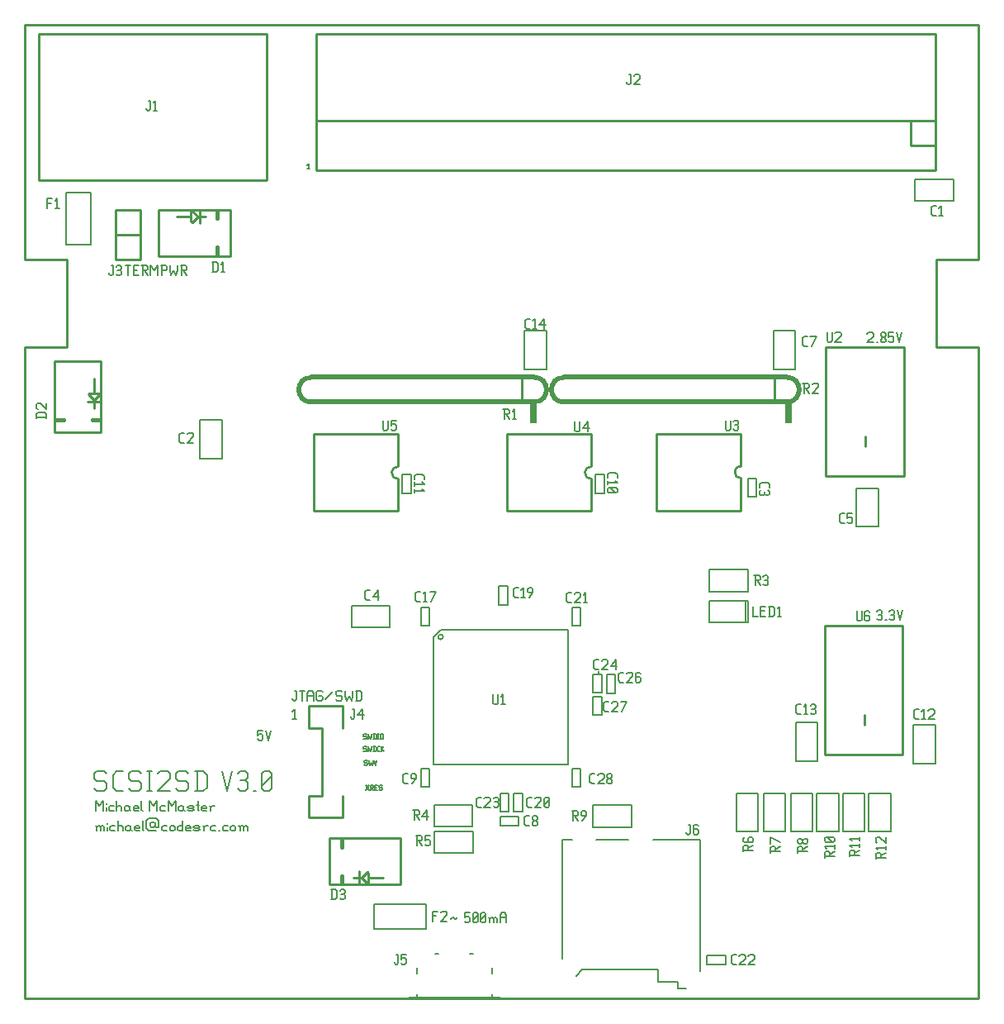
<source format=gto>
G04 start of page 13 for group -4079 idx -4079 *
G04 Title: (unknown), topsilk *
G04 Creator: pcb 20110918 *
G04 CreationDate: Wed 09 Oct 2013 12:59:36 GMT UTC *
G04 For: michael *
G04 Format: Gerber/RS-274X *
G04 PCB-Dimensions: 386000 393500 *
G04 PCB-Coordinate-Origin: lower left *
%MOIN*%
%FSLAX25Y25*%
%LNTOPSILK*%
%ADD155C,0.0200*%
%ADD154C,0.0060*%
%ADD153C,0.0100*%
%ADD152C,0.0080*%
%ADD151C,0.0001*%
G54D151*G36*
X307500Y241000D02*X310000D01*
Y232500D01*
X307500D01*
Y241000D01*
G37*
G36*
X204500Y240500D02*X207000D01*
Y232500D01*
X204500D01*
Y240500D01*
G37*
G54D152*X232000Y131500D02*Y132500D01*
G54D153*X368500Y263000D02*Y298500D01*
X385500Y393000D02*Y298500D01*
X368500D01*
Y263000D02*X385500D01*
Y500D01*
X17500Y298500D02*Y263000D01*
X385500Y500D02*X500D01*
Y263000D01*
Y298500D02*Y393000D01*
Y263000D02*X17500D01*
Y298500D02*X500D01*
Y393000D02*X385500D01*
G54D154*X114500Y336600D02*X114900Y337000D01*
Y335000D01*
X114500D02*X115250D01*
X41000Y296000D02*X43000D01*
X42000D02*Y292000D01*
X44200Y294200D02*X45700D01*
X44200Y292000D02*X46200D01*
X44200Y296000D02*Y292000D01*
Y296000D02*X46200D01*
X47400D02*X49400D01*
X49900Y295500D01*
Y294500D01*
X49400Y294000D02*X49900Y294500D01*
X47900Y294000D02*X49400D01*
X47900Y296000D02*Y292000D01*
X48700Y294000D02*X49900Y292000D01*
X51100Y296000D02*Y292000D01*
Y296000D02*X52600Y294000D01*
X54100Y296000D01*
Y292000D01*
X55800Y296000D02*Y292000D01*
X55300Y296000D02*X57300D01*
X57800Y295500D01*
Y294500D01*
X57300Y294000D02*X57800Y294500D01*
X55800Y294000D02*X57300D01*
X59000Y296000D02*Y294000D01*
X59500Y292000D01*
X60500Y294000D01*
X61500Y292000D01*
X62000Y294000D01*
Y296000D02*Y294000D01*
X63200Y296000D02*X65200D01*
X65700Y295500D01*
Y294500D01*
X65200Y294000D02*X65700Y294500D01*
X63700Y294000D02*X65200D01*
X63700Y296000D02*Y292000D01*
X64500Y294000D02*X65700Y292000D01*
X344500Y156500D02*X345000Y157000D01*
X346000D01*
X346500Y156500D01*
X346000Y153000D02*X346500Y153500D01*
X345000Y153000D02*X346000D01*
X344500Y153500D02*X345000Y153000D01*
Y155200D02*X346000D01*
X346500Y156500D02*Y155700D01*
Y154700D02*Y153500D01*
Y154700D02*X346000Y155200D01*
X346500Y155700D02*X346000Y155200D01*
X347700Y153000D02*X348200D01*
X349400Y156500D02*X349900Y157000D01*
X350900D01*
X351400Y156500D01*
X350900Y153000D02*X351400Y153500D01*
X349900Y153000D02*X350900D01*
X349400Y153500D02*X349900Y153000D01*
Y155200D02*X350900D01*
X351400Y156500D02*Y155700D01*
Y154700D02*Y153500D01*
Y154700D02*X350900Y155200D01*
X351400Y155700D02*X350900Y155200D01*
X352600Y157000D02*X353600Y153000D01*
X354600Y157000D01*
X340500Y268500D02*X341000Y269000D01*
X342500D01*
X343000Y268500D01*
Y267500D01*
X340500Y265000D02*X343000Y267500D01*
X340500Y265000D02*X343000D01*
X344200D02*X344700D01*
X345900Y265500D02*X346400Y265000D01*
X345900Y266300D02*Y265500D01*
Y266300D02*X346600Y267000D01*
X347200D01*
X347900Y266300D01*
Y265500D01*
X347400Y265000D02*X347900Y265500D01*
X346400Y265000D02*X347400D01*
X345900Y267700D02*X346600Y267000D01*
X345900Y268500D02*Y267700D01*
Y268500D02*X346400Y269000D01*
X347400D01*
X347900Y268500D01*
Y267700D01*
X347200Y267000D02*X347900Y267700D01*
X349100Y269000D02*X351100D01*
X349100D02*Y267000D01*
X349600Y267500D01*
X350600D01*
X351100Y267000D01*
Y265500D01*
X350600Y265000D02*X351100Y265500D01*
X349600Y265000D02*X350600D01*
X349100Y265500D02*X349600Y265000D01*
X352300Y269000D02*X353300Y265000D01*
X354300Y269000D01*
X172500Y32500D02*X173000Y33000D01*
X173500D01*
X174000Y32500D01*
X174500D01*
X175000Y33000D01*
X178000Y35000D02*X180000D01*
X178000D02*Y33000D01*
X178500Y33500D01*
X179500D01*
X180000Y33000D01*
Y31500D01*
X179500Y31000D02*X180000Y31500D01*
X178500Y31000D02*X179500D01*
X178000Y31500D02*X178500Y31000D01*
X181200Y31500D02*X181700Y31000D01*
X181200Y34500D02*Y31500D01*
Y34500D02*X181700Y35000D01*
X182700D01*
X183200Y34500D01*
Y31500D01*
X182700Y31000D02*X183200Y31500D01*
X181700Y31000D02*X182700D01*
X181200Y32000D02*X183200Y34000D01*
X184400Y31500D02*X184900Y31000D01*
X184400Y34500D02*Y31500D01*
Y34500D02*X184900Y35000D01*
X185900D01*
X186400Y34500D01*
Y31500D01*
X185900Y31000D02*X186400Y31500D01*
X184900Y31000D02*X185900D01*
X184400Y32000D02*X186400Y34000D01*
X188100Y32500D02*Y31000D01*
Y32500D02*X188600Y33000D01*
X189100D01*
X189600Y32500D01*
Y31000D01*
Y32500D02*X190100Y33000D01*
X190600D01*
X191100Y32500D01*
Y31000D01*
X187600Y33000D02*X188100Y32500D01*
X192300Y34000D02*Y31000D01*
Y34000D02*X193000Y35000D01*
X194100D01*
X194800Y34000D01*
Y31000D01*
X192300Y33000D02*X194800D01*
G54D152*X32500Y92000D02*X33500Y91000D01*
X29500Y92000D02*X32500D01*
X28500Y91000D02*X29500Y92000D01*
X28500Y91000D02*Y89000D01*
X29500Y88000D01*
X32500D01*
X33500Y87000D01*
Y85000D01*
X32500Y84000D02*X33500Y85000D01*
X29500Y84000D02*X32500D01*
X28500Y85000D02*X29500Y84000D01*
X37300D02*X39900D01*
X35900Y85400D02*X37300Y84000D01*
X35900Y90600D02*Y85400D01*
Y90600D02*X37300Y92000D01*
X39900D01*
X46300D02*X47300Y91000D01*
X43300Y92000D02*X46300D01*
X42300Y91000D02*X43300Y92000D01*
X42300Y91000D02*Y89000D01*
X43300Y88000D01*
X46300D01*
X47300Y87000D01*
Y85000D01*
X46300Y84000D02*X47300Y85000D01*
X43300Y84000D02*X46300D01*
X42300Y85000D02*X43300Y84000D01*
X49700Y92000D02*X51700D01*
X50700D02*Y84000D01*
X49700D02*X51700D01*
X54100Y91000D02*X55100Y92000D01*
X58100D01*
X59100Y91000D01*
Y89000D01*
X54100Y84000D02*X59100Y89000D01*
X54100Y84000D02*X59100D01*
X65500Y92000D02*X66500Y91000D01*
X62500Y92000D02*X65500D01*
X61500Y91000D02*X62500Y92000D01*
X61500Y91000D02*Y89000D01*
X62500Y88000D01*
X65500D01*
X66500Y87000D01*
Y85000D01*
X65500Y84000D02*X66500Y85000D01*
X62500Y84000D02*X65500D01*
X61500Y85000D02*X62500Y84000D01*
X69900Y92000D02*Y84000D01*
X72500Y92000D02*X73900Y90600D01*
Y85400D01*
X72500Y84000D02*X73900Y85400D01*
X68900Y84000D02*X72500D01*
X68900Y92000D02*X72500D01*
X79900D02*X81900Y84000D01*
X83900Y92000D01*
X86300Y91000D02*X87300Y92000D01*
X89300D01*
X90300Y91000D01*
X89300Y84000D02*X90300Y85000D01*
X87300Y84000D02*X89300D01*
X86300Y85000D02*X87300Y84000D01*
Y88400D02*X89300D01*
X90300Y91000D02*Y89400D01*
Y87400D02*Y85000D01*
Y87400D02*X89300Y88400D01*
X90300Y89400D02*X89300Y88400D01*
X92700Y84000D02*X93700D01*
X96100Y85000D02*X97100Y84000D01*
X96100Y91000D02*Y85000D01*
Y91000D02*X97100Y92000D01*
X99100D01*
X100100Y91000D01*
Y85000D01*
X99100Y84000D02*X100100Y85000D01*
X97100Y84000D02*X99100D01*
X96100Y86000D02*X100100Y90000D01*
G54D154*X29500Y69500D02*Y68000D01*
Y69500D02*X30000Y70000D01*
X30500D01*
X31000Y69500D01*
Y68000D01*
Y69500D02*X31500Y70000D01*
X32000D01*
X32500Y69500D01*
Y68000D01*
X29000Y70000D02*X29500Y69500D01*
X33700Y71000D02*Y70900D01*
Y69500D02*Y68000D01*
X35200Y70000D02*X36700D01*
X34700Y69500D02*X35200Y70000D01*
X34700Y69500D02*Y68500D01*
X35200Y68000D01*
X36700D01*
X37900Y72000D02*Y68000D01*
Y69500D02*X38400Y70000D01*
X39400D01*
X39900Y69500D01*
Y68000D01*
X42600Y70000D02*X43100Y69500D01*
X41600Y70000D02*X42600D01*
X41100Y69500D02*X41600Y70000D01*
X41100Y69500D02*Y68500D01*
X41600Y68000D01*
X43100Y70000D02*Y68500D01*
X43600Y68000D01*
X41600D02*X42600D01*
X43100Y68500D01*
X45300Y68000D02*X46800D01*
X44800Y68500D02*X45300Y68000D01*
X44800Y69500D02*Y68500D01*
Y69500D02*X45300Y70000D01*
X46300D01*
X46800Y69500D01*
X44800Y69000D02*X46800D01*
Y69500D02*Y69000D01*
X48000Y72000D02*Y68500D01*
X48500Y68000D01*
X49500Y72000D02*Y69000D01*
X50500Y68000D01*
X53500D01*
X54500Y72000D02*Y69500D01*
Y72000D02*X53500Y73000D01*
X50500D02*X53500D01*
X50500D02*X49500Y72000D01*
X51000Y71000D02*Y70000D01*
X51500Y69500D01*
X52500D01*
X53000Y70000D01*
X53500Y69500D01*
X53000Y71500D02*Y70000D01*
Y71000D02*X52500Y71500D01*
X51500D02*X52500D01*
X51500D02*X51000Y71000D01*
X53500Y69500D02*X54500D01*
X56200Y70000D02*X57700D01*
X55700Y69500D02*X56200Y70000D01*
X55700Y69500D02*Y68500D01*
X56200Y68000D01*
X57700D01*
X58900Y69500D02*Y68500D01*
Y69500D02*X59400Y70000D01*
X60400D01*
X60900Y69500D01*
Y68500D01*
X60400Y68000D02*X60900Y68500D01*
X59400Y68000D02*X60400D01*
X58900Y68500D02*X59400Y68000D01*
X64100Y72000D02*Y68000D01*
X63600D02*X64100Y68500D01*
X62600Y68000D02*X63600D01*
X62100Y68500D02*X62600Y68000D01*
X62100Y69500D02*Y68500D01*
Y69500D02*X62600Y70000D01*
X63600D01*
X64100Y69500D01*
X65800Y68000D02*X67300D01*
X65300Y68500D02*X65800Y68000D01*
X65300Y69500D02*Y68500D01*
Y69500D02*X65800Y70000D01*
X66800D01*
X67300Y69500D01*
X65300Y69000D02*X67300D01*
Y69500D02*Y69000D01*
X69000Y68000D02*X70500D01*
X71000Y68500D01*
X70500Y69000D02*X71000Y68500D01*
X69000Y69000D02*X70500D01*
X68500Y69500D02*X69000Y69000D01*
X68500Y69500D02*X69000Y70000D01*
X70500D01*
X71000Y69500D01*
X68500Y68500D02*X69000Y68000D01*
X72700Y69500D02*Y68000D01*
Y69500D02*X73200Y70000D01*
X74200D01*
X72200D02*X72700Y69500D01*
X75900Y70000D02*X77400D01*
X75400Y69500D02*X75900Y70000D01*
X75400Y69500D02*Y68500D01*
X75900Y68000D01*
X77400D01*
X78600D02*X79100D01*
X80800Y70000D02*X82300D01*
X80300Y69500D02*X80800Y70000D01*
X80300Y69500D02*Y68500D01*
X80800Y68000D01*
X82300D01*
X83500Y69500D02*Y68500D01*
Y69500D02*X84000Y70000D01*
X85000D01*
X85500Y69500D01*
Y68500D01*
X85000Y68000D02*X85500Y68500D01*
X84000Y68000D02*X85000D01*
X83500Y68500D02*X84000Y68000D01*
X87200Y69500D02*Y68000D01*
Y69500D02*X87700Y70000D01*
X88200D01*
X88700Y69500D01*
Y68000D01*
Y69500D02*X89200Y70000D01*
X89700D01*
X90200Y69500D01*
Y68000D01*
X86700Y70000D02*X87200Y69500D01*
X29000Y80000D02*Y76000D01*
Y80000D02*X30500Y78000D01*
X32000Y80000D01*
Y76000D01*
X33200Y79000D02*Y78900D01*
Y77500D02*Y76000D01*
X34700Y78000D02*X36200D01*
X34200Y77500D02*X34700Y78000D01*
X34200Y77500D02*Y76500D01*
X34700Y76000D01*
X36200D01*
X37400Y80000D02*Y76000D01*
Y77500D02*X37900Y78000D01*
X38900D01*
X39400Y77500D01*
Y76000D01*
X42100Y78000D02*X42600Y77500D01*
X41100Y78000D02*X42100D01*
X40600Y77500D02*X41100Y78000D01*
X40600Y77500D02*Y76500D01*
X41100Y76000D01*
X42600Y78000D02*Y76500D01*
X43100Y76000D01*
X41100D02*X42100D01*
X42600Y76500D01*
X44800Y76000D02*X46300D01*
X44300Y76500D02*X44800Y76000D01*
X44300Y77500D02*Y76500D01*
Y77500D02*X44800Y78000D01*
X45800D01*
X46300Y77500D01*
X44300Y77000D02*X46300D01*
Y77500D02*Y77000D01*
X47500Y80000D02*Y76500D01*
X48000Y76000D01*
X50800Y80000D02*Y76000D01*
Y80000D02*X52300Y78000D01*
X53800Y80000D01*
Y76000D01*
X55500Y78000D02*X57000D01*
X55000Y77500D02*X55500Y78000D01*
X55000Y77500D02*Y76500D01*
X55500Y76000D01*
X57000D01*
X58200Y80000D02*Y76000D01*
Y80000D02*X59700Y78000D01*
X61200Y80000D01*
Y76000D01*
X63900Y78000D02*X64400Y77500D01*
X62900Y78000D02*X63900D01*
X62400Y77500D02*X62900Y78000D01*
X62400Y77500D02*Y76500D01*
X62900Y76000D01*
X64400Y78000D02*Y76500D01*
X64900Y76000D01*
X62900D02*X63900D01*
X64400Y76500D01*
X66600Y76000D02*X68100D01*
X68600Y76500D01*
X68100Y77000D02*X68600Y76500D01*
X66600Y77000D02*X68100D01*
X66100Y77500D02*X66600Y77000D01*
X66100Y77500D02*X66600Y78000D01*
X68100D01*
X68600Y77500D01*
X66100Y76500D02*X66600Y76000D01*
X70300Y80000D02*Y76500D01*
X70800Y76000D01*
X69800Y78500D02*X70800D01*
X72300Y76000D02*X73800D01*
X71800Y76500D02*X72300Y76000D01*
X71800Y77500D02*Y76500D01*
Y77500D02*X72300Y78000D01*
X73300D01*
X73800Y77500D01*
X71800Y77000D02*X73800D01*
Y77500D02*Y77000D01*
X75500Y77500D02*Y76000D01*
Y77500D02*X76000Y78000D01*
X77000D01*
X75000D02*X75500Y77500D01*
X138000Y107000D02*X138250Y106750D01*
X137250Y107000D02*X138000D01*
X137000Y106750D02*X137250Y107000D01*
X137000Y106750D02*Y106250D01*
X137250Y106000D01*
X138000D01*
X138250Y105750D01*
Y105250D01*
X138000Y105000D02*X138250Y105250D01*
X137250Y105000D02*X138000D01*
X137000Y105250D02*X137250Y105000D01*
X138850Y107000D02*Y106000D01*
X139100Y105000D01*
X139600Y106000D01*
X140100Y105000D01*
X140350Y106000D01*
Y107000D02*Y106000D01*
X141200Y107000D02*Y105000D01*
X141850Y107000D02*X142200Y106650D01*
Y105350D01*
X141850Y105000D02*X142200Y105350D01*
X140950Y105000D02*X141850D01*
X140950Y107000D02*X141850D01*
X142800D02*X143300D01*
X143050D02*Y105000D01*
X142800D02*X143300D01*
X143900Y106750D02*Y105250D01*
Y106750D02*X144150Y107000D01*
X144650D01*
X144900Y106750D01*
Y105250D01*
X144650Y105000D02*X144900Y105250D01*
X144150Y105000D02*X144650D01*
X143900Y105250D02*X144150Y105000D01*
X138000Y102000D02*X138250Y101750D01*
X137250Y102000D02*X138000D01*
X137000Y101750D02*X137250Y102000D01*
X137000Y101750D02*Y101250D01*
X137250Y101000D01*
X138000D01*
X138250Y100750D01*
Y100250D01*
X138000Y100000D02*X138250Y100250D01*
X137250Y100000D02*X138000D01*
X137000Y100250D02*X137250Y100000D01*
X138850Y102000D02*Y101000D01*
X139100Y100000D01*
X139600Y101000D01*
X140100Y100000D01*
X140350Y101000D01*
Y102000D02*Y101000D01*
X141200Y102000D02*Y100000D01*
X141850Y102000D02*X142200Y101650D01*
Y100350D01*
X141850Y100000D02*X142200Y100350D01*
X140950Y100000D02*X141850D01*
X140950Y102000D02*X141850D01*
X143150Y100000D02*X143800D01*
X142800Y100350D02*X143150Y100000D01*
X142800Y101650D02*Y100350D01*
Y101650D02*X143150Y102000D01*
X143800D01*
X144400D02*Y100000D01*
Y101000D02*X145400Y102000D01*
X144400Y101000D02*X145400Y100000D01*
X138000Y84500D02*X139250Y86500D01*
X138000D02*X139250Y84500D01*
X139850Y86500D02*X140850D01*
X141100Y86250D01*
Y85750D01*
X140850Y85500D02*X141100Y85750D01*
X140100Y85500D02*X140850D01*
X140100Y86500D02*Y84500D01*
X140500Y85500D02*X141100Y84500D01*
X141700Y85600D02*X142450D01*
X141700Y84500D02*X142700D01*
X141700Y86500D02*Y84500D01*
Y86500D02*X142700D01*
X144300D02*X144550Y86250D01*
X143550Y86500D02*X144300D01*
X143300Y86250D02*X143550Y86500D01*
X143300Y86250D02*Y85750D01*
X143550Y85500D01*
X144300D01*
X144550Y85250D01*
Y84750D01*
X144300Y84500D02*X144550Y84750D01*
X143550Y84500D02*X144300D01*
X143300Y84750D02*X143550Y84500D01*
X138500Y96500D02*X138750Y96250D01*
X137750Y96500D02*X138500D01*
X137500Y96250D02*X137750Y96500D01*
X137500Y96250D02*Y95750D01*
X137750Y95500D01*
X138500D01*
X138750Y95250D01*
Y94750D01*
X138500Y94500D02*X138750Y94750D01*
X137750Y94500D02*X138500D01*
X137500Y94750D02*X137750Y94500D01*
X139350Y96500D02*Y95500D01*
X139600Y94500D01*
X140100Y95500D01*
X140600Y94500D01*
X140850Y95500D01*
Y96500D02*Y95500D01*
X141450Y96500D02*X141950Y94500D01*
X142450Y96500D01*
X108500Y116200D02*X109300Y117000D01*
Y113000D01*
X108500D02*X110000D01*
X109200Y124500D02*X110000D01*
Y121000D01*
X109500Y120500D02*X110000Y121000D01*
X109000Y120500D02*X109500D01*
X108500Y121000D02*X109000Y120500D01*
X108500Y121500D02*Y121000D01*
X111200Y124500D02*X113200D01*
X112200D02*Y120500D01*
X114400Y123500D02*Y120500D01*
Y123500D02*X115100Y124500D01*
X116200D01*
X116900Y123500D01*
Y120500D01*
X114400Y122500D02*X116900D01*
X120100Y124500D02*X120600Y124000D01*
X118600Y124500D02*X120100D01*
X118100Y124000D02*X118600Y124500D01*
X118100Y124000D02*Y121000D01*
X118600Y120500D01*
X120100D01*
X120600Y121000D01*
Y122000D02*Y121000D01*
X120100Y122500D02*X120600Y122000D01*
X119100Y122500D02*X120100D01*
X121800Y121000D02*X124800Y124000D01*
X128000Y124500D02*X128500Y124000D01*
X126500Y124500D02*X128000D01*
X126000Y124000D02*X126500Y124500D01*
X126000Y124000D02*Y123000D01*
X126500Y122500D01*
X128000D01*
X128500Y122000D01*
Y121000D01*
X128000Y120500D02*X128500Y121000D01*
X126500Y120500D02*X128000D01*
X126000Y121000D02*X126500Y120500D01*
X129700Y124500D02*Y122500D01*
X130200Y120500D01*
X131200Y122500D01*
X132200Y120500D01*
X132700Y122500D01*
Y124500D02*Y122500D01*
X134400Y124500D02*Y120500D01*
X135700Y124500D02*X136400Y123800D01*
Y121200D01*
X135700Y120500D02*X136400Y121200D01*
X133900Y120500D02*X135700D01*
X133900Y124500D02*X135700D01*
X94500Y108500D02*X96500D01*
X94500D02*Y106500D01*
X95000Y107000D01*
X96000D01*
X96500Y106500D01*
Y105000D01*
X96000Y104500D02*X96500Y105000D01*
X95000Y104500D02*X96000D01*
X94500Y105000D02*X95000Y104500D01*
X97700Y108500D02*X98700Y104500D01*
X99700Y108500D01*
G54D152*X359800Y330900D02*Y322100D01*
X375200D01*
Y330900D02*Y322100D01*
X359800Y330900D02*X375200D01*
G54D153*X118000Y354500D02*X368000D01*
X118000D02*Y334500D01*
X368000D01*
Y354500D02*Y334500D01*
X358000Y354500D02*Y344500D01*
X368000D01*
Y389500D02*Y354500D01*
X118000Y389500D02*X368000D01*
X118000D02*Y354500D01*
X117000Y228000D02*X151000D01*
X117000D02*Y197000D01*
X151000D01*
Y228000D02*Y215000D01*
Y210000D02*Y197000D01*
Y215000D02*G75*G03X151000Y210000I0J-2500D01*G01*
G54D152*X202100Y269700D02*X210900D01*
X202100D02*Y254300D01*
X210900D01*
Y269700D02*Y254300D01*
G54D154*X152728Y204291D02*X156271D01*
Y211771D02*Y204291D01*
X152728Y211771D02*X156271D01*
X152728D02*Y204291D01*
G54D153*X6000Y330500D02*X98000D01*
X6000D02*Y389500D01*
X98000D01*
Y330500D01*
G54D152*X71100Y233700D02*X79900D01*
X71100D02*Y218300D01*
X79900D01*
Y233700D02*Y218300D01*
G54D153*X37000Y318500D02*X47000D01*
X37000D02*Y298500D01*
X47000D01*
Y318500D02*Y298500D01*
X37000Y318500D02*Y308500D01*
X47000D01*
X83208Y318646D02*Y299748D01*
X54468Y318646D02*X83208D01*
X54468D02*Y299748D01*
X83208D01*
X78484Y303685D02*Y299748D01*
X77696Y303685D02*X78484D01*
X77696D02*Y300536D01*
X78484Y318646D02*Y314709D01*
X77696D02*X78484D01*
X77696Y317859D02*Y314709D01*
X67854Y313528D02*X70216Y315890D01*
X67460Y318646D01*
Y313922D01*
X67854Y313528D01*
X61555Y315890D02*X67460D01*
X71003Y318646D02*Y313134D01*
X70216Y315890D02*X73366D01*
G54D152*X17000Y325500D02*X27000D01*
X17000D02*Y304500D01*
X27000D01*
Y325500D02*Y304500D01*
G54D153*X12248Y228792D02*X31146D01*
Y257532D02*Y228792D01*
X12248Y257532D02*X31146D01*
X12248D02*Y228792D01*
Y233516D02*X16185D01*
Y234304D02*Y233516D01*
X13036Y234304D02*X16185D01*
X27209Y233516D02*X31146D01*
X27209Y234304D02*Y233516D01*
Y234304D02*X30359D01*
X26028Y244146D02*X28390Y241784D01*
X31146Y244540D01*
X26422D02*X31146D01*
X26422D02*X26028Y244146D01*
X28390Y250445D02*Y244540D01*
X25634Y240997D02*X31146D01*
X28390Y241784D02*Y238634D01*
G54D155*X116000Y251000D02*X206000D01*
X116000Y241000D02*X206000D01*
G54D153*X201000Y251000D02*Y241000D01*
G54D155*X206000D02*G75*G03X206000Y251000I0J5000D01*G01*
X116000D02*G75*G03X116000Y241000I0J-5000D01*G01*
G54D152*X292200Y160900D02*Y152100D01*
X276800Y160900D02*X292200D01*
X276800D02*Y152100D01*
X292200D01*
X291200Y160900D02*Y152100D01*
G54D153*X255500Y228250D02*X289500D01*
X255500D02*Y197250D01*
X289500D01*
Y228250D02*Y215250D01*
Y210250D02*Y197250D01*
Y215250D02*G75*G03X289500Y210250I0J-2500D01*G01*
G54D152*X292200Y173400D02*Y164600D01*
X276800Y173400D02*X292200D01*
X276800D02*Y164600D01*
X292200D01*
G54D154*X292228Y202728D02*X295771D01*
Y210208D02*Y202728D01*
X292228Y210208D02*X295771D01*
X292228D02*Y202728D01*
G54D152*X336100Y190800D02*X344900D01*
Y206200D02*Y190800D01*
X336100Y206200D02*X344900D01*
X336100D02*Y190800D01*
X302600Y269700D02*X311400D01*
X302600D02*Y254300D01*
X311400D01*
Y269700D02*Y254300D01*
G54D154*X230728Y204291D02*X234271D01*
Y211771D02*Y204291D01*
X230728Y211771D02*X234271D01*
X230728D02*Y204291D01*
G54D153*X195000Y228000D02*X229000D01*
X195000D02*Y197000D01*
X229000D01*
Y228000D02*Y215000D01*
Y210000D02*Y197000D01*
Y215000D02*G75*G03X229000Y210000I0J-2500D01*G01*
G54D155*X218000Y251000D02*X308000D01*
X218000Y241000D02*X308000D01*
G54D153*X303000Y251000D02*Y241000D01*
G54D155*X308000D02*G75*G03X308000Y251000I0J5000D01*G01*
X218000D02*G75*G03X218000Y241000I0J-5000D01*G01*
G54D153*X355250Y263250D02*Y211250D01*
X323750D02*X355250D01*
X323750Y263250D02*Y211250D01*
Y263250D02*X355250D01*
X339750Y227250D02*Y223250D01*
G54D152*X168241Y149159D02*X219659D01*
Y94841D01*
X165341D01*
Y146259D01*
X168241Y149159D01*
X167241Y146259D02*G75*G03X167241Y146259I1000J0D01*G01*
G54D154*X191728Y159228D02*X195271D01*
Y166708D02*Y159228D01*
X191728Y166708D02*X195271D01*
X191728D02*Y159228D01*
X221228Y150728D02*X224771D01*
Y158208D02*Y150728D01*
X221228Y158208D02*X224771D01*
X221228D02*Y150728D01*
Y85791D02*X224771D01*
Y93271D02*Y85791D01*
X221228Y93271D02*X224771D01*
X221228D02*Y85791D01*
X229728Y123728D02*X233271D01*
Y131208D02*Y123728D01*
X229728Y131208D02*X233271D01*
X229728D02*Y123728D01*
X235300Y123656D02*X238843D01*
Y131136D02*Y123656D01*
X235300Y131136D02*X238843D01*
X235300D02*Y123656D01*
X229729Y122272D02*X233272D01*
X229729D02*Y114792D01*
X233272D01*
Y122272D02*Y114792D01*
X160229Y158209D02*X163772D01*
X160229D02*Y150729D01*
X163772D01*
Y158209D02*Y150729D01*
G54D152*X132300Y158900D02*Y150100D01*
X147700D01*
Y158900D02*Y150100D01*
X132300Y158900D02*X147700D01*
G54D154*X160228Y85728D02*X163771D01*
Y93208D02*Y85728D01*
X160228Y93208D02*X163771D01*
X160228D02*Y85728D01*
X192228Y70229D02*Y73772D01*
X199708Y70229D02*X192228D01*
X199708Y73772D02*Y70229D01*
X192228Y73772D02*X199708D01*
X197729Y83209D02*X201272D01*
X197729D02*Y75729D01*
X201272D01*
Y83209D02*Y75729D01*
G54D152*X165800Y67900D02*Y59100D01*
X181200D01*
Y67900D02*Y59100D01*
X165800Y67900D02*X181200D01*
X165739Y78652D02*Y69852D01*
X181139D01*
Y78652D01*
X165739D01*
G54D154*X192229Y83209D02*X195772D01*
X192229D02*Y75729D01*
X195772D01*
Y83209D02*Y75729D01*
G54D153*X114894Y73500D02*X128694D01*
X114894Y118500D02*X128694D01*
Y109406D01*
X128700Y109400D01*
X128600Y82300D02*Y73500D01*
X114900Y118500D02*Y109400D01*
Y82200D02*Y73500D01*
Y109400D02*X120300D01*
Y82200D01*
X114900D02*X120300D01*
G54D154*X275791Y17772D02*Y14229D01*
X283271D01*
Y17772D02*Y14229D01*
X275791Y17772D02*X283271D01*
G54D152*X311600Y96300D02*X320400D01*
Y111700D02*Y96300D01*
X311600Y111700D02*X320400D01*
X311600D02*Y96300D01*
X359100Y95300D02*X367900D01*
Y110700D02*Y95300D01*
X359100Y110700D02*X367900D01*
X359100D02*Y95300D01*
G54D153*X354750Y150750D02*Y98750D01*
X323250D02*X354750D01*
X323250Y150750D02*Y98750D01*
Y150750D02*X354750D01*
X339250Y114750D02*Y110750D01*
G54D152*X341100Y67800D02*X349900D01*
Y83200D02*Y67800D01*
X341100Y83200D02*X349900D01*
X341100D02*Y67800D01*
X330600D02*X339400D01*
Y83200D02*Y67800D01*
X330600Y83200D02*X339400D01*
X330600D02*Y67800D01*
X320100D02*X328900D01*
Y83200D02*Y67800D01*
X320100Y83200D02*X328900D01*
X320100D02*Y67800D01*
X309600D02*X318400D01*
Y83200D02*Y67800D01*
X309600Y83200D02*X318400D01*
X309600D02*Y67800D01*
X298600D02*X307400D01*
Y83200D02*Y67800D01*
X298600Y83200D02*X307400D01*
X298600D02*Y67800D01*
X287600D02*X296400D01*
Y83200D02*Y67800D01*
X287600Y83200D02*X296400D01*
X287600D02*Y67800D01*
G54D154*X155221Y791D02*X192229D01*
X158764D02*Y2169D01*
Y10634D02*Y12799D01*
X188882Y791D02*Y2169D01*
Y10634D02*Y12799D01*
X166047Y18508D02*X167229D01*
X180024D02*X181402D01*
G54D152*X162500Y38500D02*Y28500D01*
X141500Y38500D02*X162500D01*
X141500D02*Y28500D01*
X162500D01*
X245200Y78400D02*Y69600D01*
X229800Y78400D02*X245200D01*
X229800D02*Y69600D01*
X245200D01*
G54D154*X256000Y7000D02*X264000D01*
X256000Y12000D02*Y7000D01*
X225500Y12000D02*X256000D01*
X225500D02*X223000Y9500D01*
X264000Y7000D02*Y4500D01*
X267500D01*
X273000Y64500D02*Y11500D01*
X254000Y64500D02*X273000D01*
X231000D02*X244000D01*
X217500D02*X221500D01*
X217500D02*Y16500D01*
G54D153*X123292Y65252D02*Y46354D01*
X152032D01*
Y65252D01*
X123292D01*
X128016D02*Y61315D01*
X128804D01*
Y64464D01*
X128016Y46354D02*Y50291D01*
X128804D01*
Y47141D01*
X138646Y51472D02*X136284Y49110D01*
X139040Y46354D01*
Y51078D01*
X138646Y51472D01*
X139040Y49110D02*X144945D01*
X135497Y51866D02*Y46354D01*
X133134Y49110D02*X136284D01*
G54D154*X294200Y158600D02*Y154600D01*
X296200D01*
X297400Y156800D02*X298900D01*
X297400Y154600D02*X299400D01*
X297400Y158600D02*Y154600D01*
Y158600D02*X299400D01*
X301100D02*Y154600D01*
X302400Y158600D02*X303100Y157900D01*
Y155300D01*
X302400Y154600D02*X303100Y155300D01*
X300600Y154600D02*X302400D01*
X300600Y158600D02*X302400D01*
X304300Y157800D02*X305100Y158600D01*
Y154600D01*
X304300D02*X305800D01*
X329900Y192100D02*X331200D01*
X329200Y192800D02*X329900Y192100D01*
X329200Y195400D02*Y192800D01*
Y195400D02*X329900Y196100D01*
X331200D01*
X332400D02*X334400D01*
X332400D02*Y194100D01*
X332900Y194600D01*
X333900D01*
X334400Y194100D01*
Y192600D01*
X333900Y192100D02*X334400Y192600D01*
X332900Y192100D02*X333900D01*
X332400Y192600D02*X332900Y192100D01*
X294700Y171100D02*X296700D01*
X297200Y170600D01*
Y169600D01*
X296700Y169100D02*X297200Y169600D01*
X295200Y169100D02*X296700D01*
X295200Y171100D02*Y167100D01*
X296000Y169100D02*X297200Y167100D01*
X298400Y170600D02*X298900Y171100D01*
X299900D01*
X300400Y170600D01*
X299900Y167100D02*X300400Y167600D01*
X298900Y167100D02*X299900D01*
X298400Y167600D02*X298900Y167100D01*
Y169300D02*X299900D01*
X300400Y170600D02*Y169800D01*
Y168800D02*Y167600D01*
Y168800D02*X299900Y169300D01*
X300400Y169800D02*X299900Y169300D01*
X296965Y207865D02*Y206565D01*
X297665Y208565D02*X296965Y207865D01*
X297665Y208565D02*X300265D01*
X300965Y207865D01*
Y206565D01*
X300465Y205365D02*X300965Y204865D01*
Y203865D01*
X300465Y203365D01*
X296965Y203865D02*X297465Y203365D01*
X296965Y204865D02*Y203865D01*
X297465Y205365D02*X296965Y204865D01*
X299165D02*Y203865D01*
X299665Y203365D02*X300465D01*
X297465D02*X298665D01*
X299165Y203865D01*
X299665Y203365D02*X299165Y203865D01*
X286266Y14104D02*X287566D01*
X285566Y14804D02*X286266Y14104D01*
X285566Y17404D02*Y14804D01*
Y17404D02*X286266Y18104D01*
X287566D01*
X288766Y17604D02*X289266Y18104D01*
X290766D01*
X291266Y17604D01*
Y16604D01*
X288766Y14104D02*X291266Y16604D01*
X288766Y14104D02*X291266D01*
X292466Y17604D02*X292966Y18104D01*
X294466D01*
X294966Y17604D01*
Y16604D01*
X292466Y14104D02*X294966Y16604D01*
X292466Y14104D02*X294966D01*
X290400Y61700D02*Y59700D01*
Y61700D02*X290900Y62200D01*
X291900D01*
X292400Y61700D02*X291900Y62200D01*
X292400Y61700D02*Y60200D01*
X290400D02*X294400D01*
X292400Y61000D02*X294400Y62200D01*
X290400Y64900D02*X290900Y65400D01*
X290400Y64900D02*Y63900D01*
X290900Y63400D02*X290400Y63900D01*
X290900Y63400D02*X293900D01*
X294400Y63900D01*
X292200Y64900D02*X292700Y65400D01*
X292200Y64900D02*Y63400D01*
X294400Y64900D02*Y63900D01*
Y64900D02*X293900Y65400D01*
X292700D02*X293900D01*
X312400Y115100D02*X313700D01*
X311700Y115800D02*X312400Y115100D01*
X311700Y118400D02*Y115800D01*
Y118400D02*X312400Y119100D01*
X313700D01*
X314900Y118300D02*X315700Y119100D01*
Y115100D01*
X314900D02*X316400D01*
X317600Y118600D02*X318100Y119100D01*
X319100D01*
X319600Y118600D01*
X319100Y115100D02*X319600Y115600D01*
X318100Y115100D02*X319100D01*
X317600Y115600D02*X318100Y115100D01*
Y117300D02*X319100D01*
X319600Y118600D02*Y117800D01*
Y116800D02*Y115600D01*
Y116800D02*X319100Y117300D01*
X319600Y117800D02*X319100Y117300D01*
X359900Y113100D02*X361200D01*
X359200Y113800D02*X359900Y113100D01*
X359200Y116400D02*Y113800D01*
Y116400D02*X359900Y117100D01*
X361200D01*
X362400Y116300D02*X363200Y117100D01*
Y113100D01*
X362400D02*X363900D01*
X365100Y116600D02*X365600Y117100D01*
X367100D01*
X367600Y116600D01*
Y115600D01*
X365100Y113100D02*X367600Y115600D01*
X365100Y113100D02*X367600D01*
X336250Y156750D02*Y153250D01*
X336750Y152750D01*
X337750D01*
X338250Y153250D01*
Y156750D02*Y153250D01*
X340950Y156750D02*X341450Y156250D01*
X339950Y156750D02*X340950D01*
X339450Y156250D02*X339950Y156750D01*
X339450Y156250D02*Y153250D01*
X339950Y152750D01*
X340950Y154950D02*X341450Y154450D01*
X339450Y154950D02*X340950D01*
X339950Y152750D02*X340950D01*
X341450Y153250D01*
Y154450D02*Y153250D01*
X343900Y58700D02*Y56700D01*
Y58700D02*X344400Y59200D01*
X345400D01*
X345900Y58700D02*X345400Y59200D01*
X345900Y58700D02*Y57200D01*
X343900D02*X347900D01*
X345900Y58000D02*X347900Y59200D01*
X344700Y60400D02*X343900Y61200D01*
X347900D01*
Y61900D02*Y60400D01*
X344400Y63100D02*X343900Y63600D01*
Y65100D02*Y63600D01*
Y65100D02*X344400Y65600D01*
X345400D01*
X347900Y63100D02*X345400Y65600D01*
X347900D02*Y63100D01*
X333400Y59700D02*Y57700D01*
Y59700D02*X333900Y60200D01*
X334900D01*
X335400Y59700D02*X334900Y60200D01*
X335400Y59700D02*Y58200D01*
X333400D02*X337400D01*
X335400Y59000D02*X337400Y60200D01*
X334200Y61400D02*X333400Y62200D01*
X337400D01*
Y62900D02*Y61400D01*
X334200Y64100D02*X333400Y64900D01*
X337400D01*
Y65600D02*Y64100D01*
X323217Y59224D02*Y57224D01*
Y59224D02*X323717Y59724D01*
X324717D01*
X325217Y59224D02*X324717Y59724D01*
X325217Y59224D02*Y57724D01*
X323217D02*X327217D01*
X325217Y58524D02*X327217Y59724D01*
X324017Y60924D02*X323217Y61724D01*
X327217D01*
Y62424D02*Y60924D01*
X326717Y63624D02*X327217Y64124D01*
X323717Y63624D02*X326717D01*
X323717D02*X323217Y64124D01*
Y65124D02*Y64124D01*
Y65124D02*X323717Y65624D01*
X326717D01*
X327217Y65124D02*X326717Y65624D01*
X327217Y65124D02*Y64124D01*
X326217Y63624D02*X324217Y65624D01*
X312400Y61200D02*Y59200D01*
Y61200D02*X312900Y61700D01*
X313900D01*
X314400Y61200D02*X313900Y61700D01*
X314400Y61200D02*Y59700D01*
X312400D02*X316400D01*
X314400Y60500D02*X316400Y61700D01*
X315900Y62900D02*X316400Y63400D01*
X315100Y62900D02*X315900D01*
X315100D02*X314400Y63600D01*
Y64200D02*Y63600D01*
Y64200D02*X315100Y64900D01*
X315900D01*
X316400Y64400D02*X315900Y64900D01*
X316400Y64400D02*Y63400D01*
X313700Y62900D02*X314400Y63600D01*
X312900Y62900D02*X313700D01*
X312900D02*X312400Y63400D01*
Y64400D02*Y63400D01*
Y64400D02*X312900Y64900D01*
X313700D01*
X314400Y64200D02*X313700Y64900D01*
X301400Y61200D02*Y59200D01*
Y61200D02*X301900Y61700D01*
X302900D01*
X303400Y61200D02*X302900Y61700D01*
X303400Y61200D02*Y59700D01*
X301400D02*X305400D01*
X303400Y60500D02*X305400Y61700D01*
Y63400D02*X301400Y65400D01*
Y62900D01*
X145000Y233500D02*Y230000D01*
X145500Y229500D01*
X146500D01*
X147000Y230000D01*
Y233500D02*Y230000D01*
X148200Y233500D02*X150200D01*
X148200D02*Y231500D01*
X148700Y232000D01*
X149700D01*
X150200Y231500D01*
Y230000D01*
X149700Y229500D02*X150200Y230000D01*
X148700Y229500D02*X149700D01*
X148200Y230000D02*X148700Y229500D01*
X202900Y270600D02*X204200D01*
X202200Y271300D02*X202900Y270600D01*
X202200Y273900D02*Y271300D01*
Y273900D02*X202900Y274600D01*
X204200D01*
X205400Y273800D02*X206200Y274600D01*
Y270600D01*
X205400D02*X206900D01*
X208100Y272100D02*X210100Y274600D01*
X208100Y272100D02*X210600D01*
X210100Y274600D02*Y270600D01*
X222500Y233000D02*Y229500D01*
X223000Y229000D01*
X224000D01*
X224500Y229500D01*
Y233000D02*Y229500D01*
X225700Y230500D02*X227700Y233000D01*
X225700Y230500D02*X228200D01*
X227700Y233000D02*Y229000D01*
X193500Y238000D02*X195500D01*
X196000Y237500D01*
Y236500D01*
X195500Y236000D02*X196000Y236500D01*
X194000Y236000D02*X195500D01*
X194000Y238000D02*Y234000D01*
X194800Y236000D02*X196000Y234000D01*
X197200Y237200D02*X198000Y238000D01*
Y234000D01*
X197200D02*X198700D01*
X366900Y316100D02*X368200D01*
X366200Y316800D02*X366900Y316100D01*
X366200Y319400D02*Y316800D01*
Y319400D02*X366900Y320100D01*
X368200D01*
X369400Y319300D02*X370200Y320100D01*
Y316100D01*
X369400D02*X370900D01*
X283250Y233500D02*Y230000D01*
X283750Y229500D01*
X284750D01*
X285250Y230000D01*
Y233500D02*Y230000D01*
X286450Y233000D02*X286950Y233500D01*
X287950D01*
X288450Y233000D01*
X287950Y229500D02*X288450Y230000D01*
X286950Y229500D02*X287950D01*
X286450Y230000D02*X286950Y229500D01*
Y231700D02*X287950D01*
X288450Y233000D02*Y232200D01*
Y231200D02*Y230000D01*
Y231200D02*X287950Y231700D01*
X288450Y232200D02*X287950Y231700D01*
X314900Y263600D02*X316200D01*
X314200Y264300D02*X314900Y263600D01*
X314200Y266900D02*Y264300D01*
Y266900D02*X314900Y267600D01*
X316200D01*
X317900Y263600D02*X319900Y267600D01*
X317400D02*X319900D01*
X314500Y248500D02*X316500D01*
X317000Y248000D01*
Y247000D01*
X316500Y246500D02*X317000Y247000D01*
X315000Y246500D02*X316500D01*
X315000Y248500D02*Y244500D01*
X315800Y246500D02*X317000Y244500D01*
X318200Y248000D02*X318700Y248500D01*
X320200D01*
X320700Y248000D01*
Y247000D01*
X318200Y244500D02*X320700Y247000D01*
X318200Y244500D02*X320700D01*
X324250Y269250D02*Y265750D01*
X324750Y265250D01*
X325750D01*
X326250Y265750D01*
Y269250D02*Y265750D01*
X327450Y268750D02*X327950Y269250D01*
X329450D01*
X329950Y268750D01*
Y267750D01*
X327450Y265250D02*X329950Y267750D01*
X327450Y265250D02*X329950D01*
X50200Y362500D02*X51000D01*
Y359000D01*
X50500Y358500D02*X51000Y359000D01*
X50000Y358500D02*X50500D01*
X49500Y359000D02*X50000Y358500D01*
X49500Y359500D02*Y359000D01*
X52200Y361700D02*X53000Y362500D01*
Y358500D01*
X52200D02*X53700D01*
X244200Y373000D02*X245000D01*
Y369500D01*
X244500Y369000D02*X245000Y369500D01*
X244000Y369000D02*X244500D01*
X243500Y369500D02*X244000Y369000D01*
X243500Y370000D02*Y369500D01*
X246200Y372500D02*X246700Y373000D01*
X248200D01*
X248700Y372500D01*
Y371500D01*
X246200Y369000D02*X248700Y371500D01*
X246200Y369000D02*X248700D01*
X63400Y224600D02*X64700D01*
X62700Y225300D02*X63400Y224600D01*
X62700Y227900D02*Y225300D01*
Y227900D02*X63400Y228600D01*
X64700D01*
X65900Y228100D02*X66400Y228600D01*
X67900D01*
X68400Y228100D01*
Y227100D01*
X65900Y224600D02*X68400Y227100D01*
X65900Y224600D02*X68400D01*
X5091Y234910D02*X9091D01*
X5091Y236210D02*X5791Y236910D01*
X8391D01*
X9091Y236210D02*X8391Y236910D01*
X9091Y236210D02*Y234410D01*
X5091Y236210D02*Y234410D01*
X5591Y238110D02*X5091Y238610D01*
Y240110D02*Y238610D01*
Y240110D02*X5591Y240610D01*
X6591D01*
X9091Y238110D02*X6591Y240610D01*
X9091D02*Y238110D01*
X35200Y296000D02*X36000D01*
Y292500D01*
X35500Y292000D02*X36000Y292500D01*
X35000Y292000D02*X35500D01*
X34500Y292500D02*X35000Y292000D01*
X34500Y293000D02*Y292500D01*
X37200Y295500D02*X37700Y296000D01*
X38700D01*
X39200Y295500D01*
X38700Y292000D02*X39200Y292500D01*
X37700Y292000D02*X38700D01*
X37200Y292500D02*X37700Y292000D01*
Y294200D02*X38700D01*
X39200Y295500D02*Y294700D01*
Y293700D02*Y292500D01*
Y293700D02*X38700Y294200D01*
X39200Y294700D02*X38700Y294200D01*
X9500Y323000D02*Y319000D01*
Y323000D02*X11500D01*
X9500Y321200D02*X11000D01*
X12700Y322200D02*X13500Y323000D01*
Y319000D01*
X12700D02*X14200D01*
X76409Y297409D02*Y293409D01*
X77709Y297409D02*X78409Y296709D01*
Y294109D01*
X77709Y293409D02*X78409Y294109D01*
X75909Y293409D02*X77709D01*
X75909Y297409D02*X77709D01*
X79609Y296609D02*X80409Y297409D01*
Y293409D01*
X79609D02*X81109D01*
X157535Y211172D02*Y209872D01*
X158235Y211872D02*X157535Y211172D01*
X158235Y211872D02*X160835D01*
X161535Y211172D01*
Y209872D01*
X160735Y208672D02*X161535Y207872D01*
X157535D02*X161535D01*
X157535Y208672D02*Y207172D01*
X160735Y205972D02*X161535Y205172D01*
X157535D02*X161535D01*
X157535Y205972D02*Y204472D01*
X235535Y211672D02*Y210372D01*
X236235Y212372D02*X235535Y211672D01*
X236235Y212372D02*X238835D01*
X239535Y211672D01*
Y210372D01*
X238735Y209172D02*X239535Y208372D01*
X235535D02*X239535D01*
X235535Y209172D02*Y207672D01*
X236035Y206472D02*X235535Y205972D01*
X236035Y206472D02*X239035D01*
X239535Y205972D01*
Y204972D01*
X239035Y204472D01*
X236035D02*X239035D01*
X235535Y204972D02*X236035Y204472D01*
X235535Y205972D02*Y204972D01*
X236535Y206472D02*X238535Y204472D01*
X189500Y123000D02*Y119500D01*
X190000Y119000D01*
X191000D01*
X191500Y119500D01*
Y123000D02*Y119500D01*
X192700Y122200D02*X193500Y123000D01*
Y119000D01*
X192700D02*X194200D01*
X198265Y162035D02*X199565D01*
X197565Y162735D02*X198265Y162035D01*
X197565Y165335D02*Y162735D01*
Y165335D02*X198265Y166035D01*
X199565D01*
X200765Y165235D02*X201565Y166035D01*
Y162035D01*
X200765D02*X202265D01*
X203965D02*X205465Y164035D01*
Y165535D02*Y164035D01*
X204965Y166035D02*X205465Y165535D01*
X203965Y166035D02*X204965D01*
X203465Y165535D02*X203965Y166035D01*
X203465Y165535D02*Y164535D01*
X203965Y164035D01*
X205465D01*
X219765Y160035D02*X221065D01*
X219065Y160735D02*X219765Y160035D01*
X219065Y163335D02*Y160735D01*
Y163335D02*X219765Y164035D01*
X221065D01*
X222265Y163535D02*X222765Y164035D01*
X224265D01*
X224765Y163535D01*
Y162535D01*
X222265Y160035D02*X224765Y162535D01*
X222265Y160035D02*X224765D01*
X225965Y163235D02*X226765Y164035D01*
Y160035D01*
X225965D02*X227465D01*
X230765Y133035D02*X232065D01*
X230065Y133735D02*X230765Y133035D01*
X230065Y136335D02*Y133735D01*
Y136335D02*X230765Y137035D01*
X232065D01*
X233265Y136535D02*X233765Y137035D01*
X235265D01*
X235765Y136535D01*
Y135535D01*
X233265Y133035D02*X235765Y135535D01*
X233265Y133035D02*X235765D01*
X236965Y134535D02*X238965Y137035D01*
X236965Y134535D02*X239465D01*
X238965Y137035D02*Y133035D01*
X240693Y127963D02*X241993D01*
X239993Y128663D02*X240693Y127963D01*
X239993Y131263D02*Y128663D01*
Y131263D02*X240693Y131963D01*
X241993D01*
X243193Y131463D02*X243693Y131963D01*
X245193D01*
X245693Y131463D01*
Y130463D01*
X243193Y127963D02*X245693Y130463D01*
X243193Y127963D02*X245693D01*
X248393Y131963D02*X248893Y131463D01*
X247393Y131963D02*X248393D01*
X246893Y131463D02*X247393Y131963D01*
X246893Y131463D02*Y128463D01*
X247393Y127963D01*
X248393Y130163D02*X248893Y129663D01*
X246893Y130163D02*X248393D01*
X247393Y127963D02*X248393D01*
X248893Y128463D01*
Y129663D02*Y128463D01*
X234765Y116035D02*X236065D01*
X234065Y116735D02*X234765Y116035D01*
X234065Y119335D02*Y116735D01*
Y119335D02*X234765Y120035D01*
X236065D01*
X237265Y119535D02*X237765Y120035D01*
X239265D01*
X239765Y119535D01*
Y118535D01*
X237265Y116035D02*X239765Y118535D01*
X237265Y116035D02*X239765D01*
X241465D02*X243465Y120035D01*
X240965D02*X243465D01*
X158765Y160472D02*X160065D01*
X158065Y161172D02*X158765Y160472D01*
X158065Y163772D02*Y161172D01*
Y163772D02*X158765Y164472D01*
X160065D01*
X161265Y163672D02*X162065Y164472D01*
Y160472D01*
X161265D02*X162765D01*
X164465D02*X166465Y164472D01*
X163965D02*X166465D01*
X138400Y161100D02*X139700D01*
X137700Y161800D02*X138400Y161100D01*
X137700Y164400D02*Y161800D01*
Y164400D02*X138400Y165100D01*
X139700D01*
X140900Y162600D02*X142900Y165100D01*
X140900Y162600D02*X143400D01*
X142900Y165100D02*Y161100D01*
X132700Y117300D02*X133500D01*
Y113800D01*
X133000Y113300D02*X133500Y113800D01*
X132500Y113300D02*X133000D01*
X132000Y113800D02*X132500Y113300D01*
X132000Y114300D02*Y113800D01*
X134700Y114800D02*X136700Y117300D01*
X134700Y114800D02*X137200D01*
X136700Y117300D02*Y113300D01*
X229202Y87035D02*X230502D01*
X228502Y87735D02*X229202Y87035D01*
X228502Y90335D02*Y87735D01*
Y90335D02*X229202Y91035D01*
X230502D01*
X231702Y90535D02*X232202Y91035D01*
X233702D01*
X234202Y90535D01*
Y89535D01*
X231702Y87035D02*X234202Y89535D01*
X231702Y87035D02*X234202D01*
X235402Y87535D02*X235902Y87035D01*
X235402Y88335D02*Y87535D01*
Y88335D02*X236102Y89035D01*
X236702D01*
X237402Y88335D01*
Y87535D01*
X236902Y87035D02*X237402Y87535D01*
X235902Y87035D02*X236902D01*
X235402Y89735D02*X236102Y89035D01*
X235402Y90535D02*Y89735D01*
Y90535D02*X235902Y91035D01*
X236902D01*
X237402Y90535D01*
Y89735D01*
X236702Y89035D02*X237402Y89735D01*
X202765Y70035D02*X204065D01*
X202065Y70735D02*X202765Y70035D01*
X202065Y73335D02*Y70735D01*
Y73335D02*X202765Y74035D01*
X204065D01*
X205265Y70535D02*X205765Y70035D01*
X205265Y71335D02*Y70535D01*
Y71335D02*X205965Y72035D01*
X206565D01*
X207265Y71335D01*
Y70535D01*
X206765Y70035D02*X207265Y70535D01*
X205765Y70035D02*X206765D01*
X205265Y72735D02*X205965Y72035D01*
X205265Y73535D02*Y72735D01*
Y73535D02*X205765Y74035D01*
X206765D01*
X207265Y73535D01*
Y72735D01*
X206565Y72035D02*X207265Y72735D01*
X203828Y77535D02*X205128D01*
X203128Y78235D02*X203828Y77535D01*
X203128Y80835D02*Y78235D01*
Y80835D02*X203828Y81535D01*
X205128D01*
X206328Y81035D02*X206828Y81535D01*
X208328D01*
X208828Y81035D01*
Y80035D01*
X206328Y77535D02*X208828Y80035D01*
X206328Y77535D02*X208828D01*
X210028Y78035D02*X210528Y77535D01*
X210028Y81035D02*Y78035D01*
Y81035D02*X210528Y81535D01*
X211528D01*
X212028Y81035D01*
Y78035D01*
X211528Y77535D02*X212028Y78035D01*
X210528Y77535D02*X211528D01*
X210028Y78535D02*X212028Y80535D01*
X221200Y76100D02*X223200D01*
X223700Y75600D01*
Y74600D01*
X223200Y74100D02*X223700Y74600D01*
X221700Y74100D02*X223200D01*
X221700Y76100D02*Y72100D01*
X222500Y74100D02*X223700Y72100D01*
X225400D02*X226900Y74100D01*
Y75600D02*Y74100D01*
X226400Y76100D02*X226900Y75600D01*
X225400Y76100D02*X226400D01*
X224900Y75600D02*X225400Y76100D01*
X224900Y75600D02*Y74600D01*
X225400Y74100D01*
X226900D01*
X158200Y66100D02*X160200D01*
X160700Y65600D01*
Y64600D01*
X160200Y64100D02*X160700Y64600D01*
X158700Y64100D02*X160200D01*
X158700Y66100D02*Y62100D01*
X159500Y64100D02*X160700Y62100D01*
X161900Y66100D02*X163900D01*
X161900D02*Y64100D01*
X162400Y64600D01*
X163400D01*
X163900Y64100D01*
Y62600D01*
X163400Y62100D02*X163900Y62600D01*
X162400Y62100D02*X163400D01*
X161900Y62600D02*X162400Y62100D01*
X150288Y18299D02*X151088D01*
Y14799D01*
X150588Y14299D02*X151088Y14799D01*
X150088Y14299D02*X150588D01*
X149588Y14799D02*X150088Y14299D01*
X149588Y15299D02*Y14799D01*
X152288Y18299D02*X154288D01*
X152288D02*Y16299D01*
X152788Y16799D01*
X153788D01*
X154288Y16299D01*
Y14799D01*
X153788Y14299D02*X154288Y14799D01*
X152788Y14299D02*X153788D01*
X152288Y14799D02*X152788Y14299D01*
X165000Y35500D02*Y31500D01*
Y35500D02*X167000D01*
X165000Y33700D02*X166500D01*
X168200Y35000D02*X168700Y35500D01*
X170200D01*
X170700Y35000D01*
Y34000D01*
X168200Y31500D02*X170700Y34000D01*
X168200Y31500D02*X170700D01*
X153765Y87035D02*X155065D01*
X153065Y87735D02*X153765Y87035D01*
X153065Y90335D02*Y87735D01*
Y90335D02*X153765Y91035D01*
X155065D01*
X156765Y87035D02*X158265Y89035D01*
Y90535D02*Y89035D01*
X157765Y91035D02*X158265Y90535D01*
X156765Y91035D02*X157765D01*
X156265Y90535D02*X156765Y91035D01*
X156265Y90535D02*Y89535D01*
X156765Y89035D01*
X158265D01*
X157139Y76352D02*X159139D01*
X159639Y75852D01*
Y74852D01*
X159139Y74352D02*X159639Y74852D01*
X157639Y74352D02*X159139D01*
X157639Y76352D02*Y72352D01*
X158439Y74352D02*X159639Y72352D01*
X160839Y73852D02*X162839Y76352D01*
X160839Y73852D02*X163339D01*
X162839Y76352D02*Y72352D01*
X183328Y77535D02*X184628D01*
X182628Y78235D02*X183328Y77535D01*
X182628Y80835D02*Y78235D01*
Y80835D02*X183328Y81535D01*
X184628D01*
X185828Y81035D02*X186328Y81535D01*
X187828D01*
X188328Y81035D01*
Y80035D01*
X185828Y77535D02*X188328Y80035D01*
X185828Y77535D02*X188328D01*
X189528Y81035D02*X190028Y81535D01*
X191028D01*
X191528Y81035D01*
X191028Y77535D02*X191528Y78035D01*
X190028Y77535D02*X191028D01*
X189528Y78035D02*X190028Y77535D01*
Y79735D02*X191028D01*
X191528Y81035D02*Y80235D01*
Y79235D02*Y78035D01*
Y79235D02*X191028Y79735D01*
X191528Y80235D02*X191028Y79735D01*
X268200Y70500D02*X269000D01*
Y67000D01*
X268500Y66500D02*X269000Y67000D01*
X268000Y66500D02*X268500D01*
X267500Y67000D02*X268000Y66500D01*
X267500Y67500D02*Y67000D01*
X271700Y70500D02*X272200Y70000D01*
X270700Y70500D02*X271700D01*
X270200Y70000D02*X270700Y70500D01*
X270200Y70000D02*Y67000D01*
X270700Y66500D01*
X271700Y68700D02*X272200Y68200D01*
X270200Y68700D02*X271700D01*
X270700Y66500D02*X271700D01*
X272200Y67000D01*
Y68200D02*Y67000D01*
X124410Y44409D02*Y40409D01*
X125710Y44409D02*X126410Y43709D01*
Y41109D01*
X125710Y40409D02*X126410Y41109D01*
X123910Y40409D02*X125710D01*
X123910Y44409D02*X125710D01*
X127610Y43909D02*X128110Y44409D01*
X129110D01*
X129610Y43909D01*
X129110Y40409D02*X129610Y40909D01*
X128110Y40409D02*X129110D01*
X127610Y40909D02*X128110Y40409D01*
Y42609D02*X129110D01*
X129610Y43909D02*Y43109D01*
Y42109D02*Y40909D01*
Y42109D02*X129110Y42609D01*
X129610Y43109D02*X129110Y42609D01*
M02*

</source>
